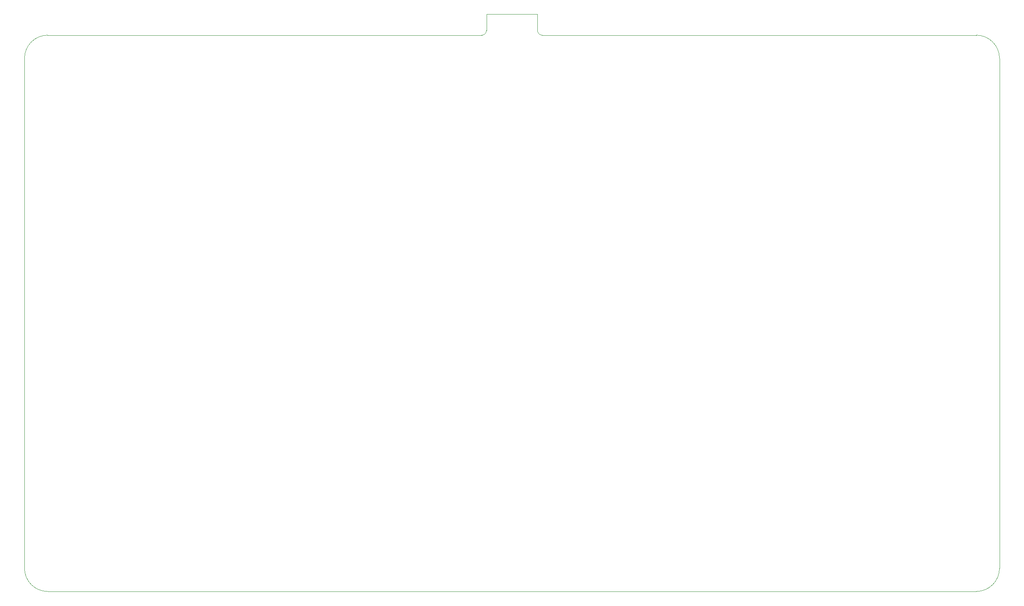
<source format=gbr>
%TF.GenerationSoftware,KiCad,Pcbnew,(6.0.4)*%
%TF.CreationDate,2022-04-24T23:02:38-04:00*%
%TF.ProjectId,Flatbox-rev4-rgb-kicad-WS2812B-4020,466c6174-626f-4782-9d72-6576342d7267,rev?*%
%TF.SameCoordinates,Original*%
%TF.FileFunction,Profile,NP*%
%FSLAX46Y46*%
G04 Gerber Fmt 4.6, Leading zero omitted, Abs format (unit mm)*
G04 Created by KiCad (PCBNEW (6.0.4)) date 2022-04-24 23:02:38*
%MOMM*%
%LPD*%
G01*
G04 APERTURE LIST*
%TA.AperFunction,Profile*%
%ADD10C,0.050000*%
%TD*%
G04 APERTURE END LIST*
D10*
X150500000Y-25500000D02*
X150500000Y-29000000D01*
X45000000Y-30000000D02*
X138500000Y-30000000D01*
X250000000Y-35000000D02*
X250000000Y-145000000D01*
X245000000Y-150000000D02*
X45000000Y-150000000D01*
X40000000Y-145000000D02*
X40000000Y-35000000D01*
X151500000Y-30000000D02*
X245000000Y-30000000D01*
X138500000Y-30000000D02*
G75*
G03*
X139500000Y-29000000I0J1000000D01*
G01*
X250000000Y-35000000D02*
G75*
G03*
X245000000Y-30000000I-5000000J0D01*
G01*
X245000000Y-150000000D02*
G75*
G03*
X250000000Y-145000000I0J5000000D01*
G01*
X150500000Y-29000000D02*
G75*
G03*
X151500000Y-30000000I1000000J0D01*
G01*
X45000000Y-30000000D02*
G75*
G03*
X40000000Y-35000000I0J-5000000D01*
G01*
X40000000Y-145000000D02*
G75*
G03*
X45000000Y-150000000I5000000J0D01*
G01*
X139500000Y-25500000D02*
X150500000Y-25500000D01*
X139500000Y-29000000D02*
X139500000Y-25500000D01*
M02*

</source>
